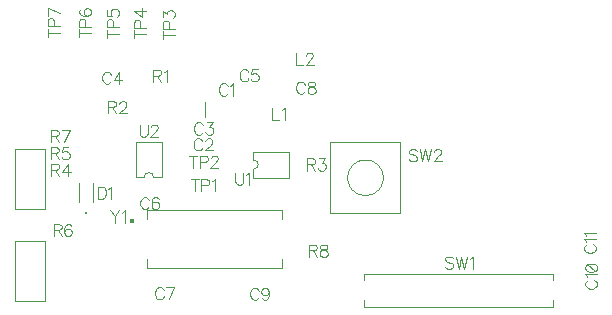
<source format=gbr>
G04 DipTrace 2.4.0.2*
%INÂåðõíÿÿìàðêèðîâêà.gbr*%
%MOMM*%
%ADD10C,0.1*%
%ADD27O,0.24X0.24*%
%ADD37O,0.391X0.393*%
%ADD77C,0.111*%
%FSLAX53Y53*%
G04*
G71*
G90*
G75*
G01*
%LNTopSilk*%
%LPD*%
X26549Y26051D2*
D10*
Y27350D1*
X15850Y18850D2*
Y20450D1*
X17050Y18850D2*
Y20450D1*
D27*
X16450Y17910D3*
X40050Y10550D2*
D10*
Y10000D1*
X56050D1*
Y10550D1*
Y12250D2*
Y12800D1*
X40050D1*
Y12250D1*
X43100Y17925D2*
Y23925D1*
X37100D1*
Y17925D1*
X43100D1*
X38600Y20975D2*
X38604Y21080D1*
X38615Y21184D1*
X38633Y21287D1*
X38658Y21389D1*
X38690Y21488D1*
X38730Y21585D1*
X38776Y21679D1*
X38828Y21770D1*
X38886Y21857D1*
X38951Y21939D1*
X39021Y22017D1*
X39096Y22090D1*
X39177Y22157D1*
X39261Y22219D1*
X39350Y22274D1*
X39442Y22323D1*
X39538Y22366D1*
X39636Y22402D1*
X39737Y22431D1*
X39840Y22453D1*
X39943Y22467D1*
X40048Y22474D1*
X40152D1*
X40257Y22467D1*
X40360Y22453D1*
X40463Y22431D1*
X40564Y22402D1*
X40662Y22366D1*
X40758Y22323D1*
X40850Y22274D1*
X40939Y22219D1*
X41023Y22157D1*
X41104Y22090D1*
X41179Y22017D1*
X41249Y21939D1*
X41314Y21857D1*
X41372Y21770D1*
X41424Y21679D1*
X41470Y21585D1*
X41510Y21488D1*
X41542Y21389D1*
X41567Y21287D1*
X41585Y21184D1*
X41596Y21080D1*
X41600Y20975D1*
X41596Y20870D1*
X41585Y20766D1*
X41567Y20663D1*
X41542Y20561D1*
X41510Y20462D1*
X41470Y20365D1*
X41424Y20271D1*
X41372Y20180D1*
X41314Y20093D1*
X41249Y20011D1*
X41179Y19933D1*
X41104Y19860D1*
X41023Y19793D1*
X40939Y19731D1*
X40850Y19676D1*
X40758Y19626D1*
X40662Y19584D1*
X40564Y19548D1*
X40463Y19519D1*
X40360Y19497D1*
X40257Y19483D1*
X40152Y19476D1*
X40048D1*
X39943Y19483D1*
X39840Y19497D1*
X39737Y19519D1*
X39636Y19548D1*
X39538Y19584D1*
X39442Y19626D1*
X39350Y19676D1*
X39261Y19731D1*
X39177Y19793D1*
X39096Y19860D1*
X39021Y19933D1*
X38951Y20011D1*
X38886Y20093D1*
X38828Y20180D1*
X38776Y20271D1*
X38730Y20365D1*
X38690Y20462D1*
X38658Y20561D1*
X38633Y20663D1*
X38615Y20766D1*
X38604Y20870D1*
X38600Y20975D1*
X30650Y20950D2*
X33650D1*
Y23150D2*
X30650D1*
X33650D2*
Y20950D1*
X30650D2*
Y21650D1*
Y22450D2*
Y23150D1*
Y21650D2*
G03X30650Y22450I0J400D01*
G01*
X22900Y20975D2*
Y23975D1*
X20700Y20975D2*
Y23975D1*
X22900D2*
X20700D1*
X22900Y20975D2*
X22200D1*
X21400D2*
X20700D1*
X22200D2*
G03X21400Y20975I-400J0D01*
G01*
X10480Y10480D2*
X13020D1*
Y15560D1*
X10480D1*
Y10480D1*
Y18280D2*
X13020D1*
Y23360D1*
X10480D1*
Y18280D1*
D37*
X20403Y17312D3*
X21650Y17450D2*
D10*
Y18200D1*
X33050Y13300D2*
Y14050D1*
X21650Y13300D2*
X33050D1*
X21650D2*
Y14050D1*
X33050Y17450D2*
Y18200D1*
X21650D2*
X33050D1*
X28481Y28672D2*
D77*
X28433Y28769D1*
X28335Y28867D1*
X28239Y28915D1*
X28044D1*
X27947Y28867D1*
X27850Y28769D1*
X27801Y28672D1*
X27752Y28526D1*
Y28283D1*
X27801Y28138D1*
X27850Y28040D1*
X27947Y27944D1*
X28044Y27894D1*
X28239D1*
X28335Y27944D1*
X28433Y28040D1*
X28481Y28138D1*
X28703Y28720D2*
X28801Y28769D1*
X28947Y28914D1*
Y27894D1*
X26313Y24022D2*
X26265Y24119D1*
X26167Y24217D1*
X26070Y24265D1*
X25876D1*
X25778Y24217D1*
X25682Y24119D1*
X25632Y24022D1*
X25584Y23876D1*
Y23633D1*
X25632Y23488D1*
X25682Y23390D1*
X25778Y23294D1*
X25876Y23244D1*
X26070D1*
X26167Y23294D1*
X26265Y23390D1*
X26313Y23488D1*
X26585Y24021D2*
Y24070D1*
X26633Y24167D1*
X26681Y24216D1*
X26779Y24264D1*
X26973D1*
X27070Y24216D1*
X27118Y24167D1*
X27168Y24070D1*
Y23973D1*
X27118Y23875D1*
X27022Y23730D1*
X26535Y23244D1*
X27216D1*
X26363Y25372D2*
X26315Y25469D1*
X26217Y25567D1*
X26120Y25615D1*
X25926D1*
X25828Y25567D1*
X25732Y25469D1*
X25682Y25372D1*
X25634Y25226D1*
Y24983D1*
X25682Y24838D1*
X25732Y24740D1*
X25828Y24644D1*
X25926Y24594D1*
X26120D1*
X26217Y24644D1*
X26315Y24740D1*
X26363Y24838D1*
X26683Y25614D2*
X27216D1*
X26926Y25225D1*
X27072D1*
X27168Y25177D1*
X27216Y25129D1*
X27266Y24983D1*
Y24886D1*
X27216Y24740D1*
X27120Y24642D1*
X26974Y24594D1*
X26828D1*
X26683Y24642D1*
X26635Y24692D1*
X26585Y24788D1*
X18589Y29672D2*
X18541Y29769D1*
X18443Y29867D1*
X18346Y29915D1*
X18152D1*
X18054Y29867D1*
X17958Y29769D1*
X17908Y29672D1*
X17860Y29526D1*
Y29283D1*
X17908Y29138D1*
X17958Y29040D1*
X18054Y28944D1*
X18152Y28894D1*
X18346D1*
X18443Y28944D1*
X18541Y29040D1*
X18589Y29138D1*
X19297Y28894D2*
Y29914D1*
X18811Y29234D1*
X19540D1*
X30213Y29872D2*
X30165Y29969D1*
X30067Y30067D1*
X29970Y30115D1*
X29776D1*
X29678Y30067D1*
X29582Y29969D1*
X29532Y29872D1*
X29484Y29726D1*
Y29483D1*
X29532Y29338D1*
X29582Y29240D1*
X29678Y29144D1*
X29776Y29094D1*
X29970D1*
X30067Y29144D1*
X30165Y29240D1*
X30213Y29338D1*
X31018Y30114D2*
X30533D1*
X30485Y29677D1*
X30533Y29725D1*
X30679Y29775D1*
X30824D1*
X30970Y29725D1*
X31068Y29629D1*
X31116Y29483D1*
Y29386D1*
X31068Y29240D1*
X30970Y29142D1*
X30824Y29094D1*
X30679D1*
X30533Y29142D1*
X30485Y29192D1*
X30435Y29288D1*
X21813Y19047D2*
X21764Y19144D1*
X21667Y19242D1*
X21570Y19290D1*
X21376D1*
X21278Y19242D1*
X21182Y19144D1*
X21132Y19047D1*
X21084Y18901D1*
Y18658D1*
X21132Y18513D1*
X21182Y18415D1*
X21278Y18319D1*
X21376Y18269D1*
X21570D1*
X21667Y18319D1*
X21764Y18415D1*
X21813Y18513D1*
X22618Y19144D2*
X22570Y19241D1*
X22424Y19289D1*
X22327D1*
X22181Y19241D1*
X22083Y19095D1*
X22035Y18852D1*
Y18609D1*
X22083Y18415D1*
X22181Y18317D1*
X22327Y18269D1*
X22375D1*
X22520Y18317D1*
X22618Y18415D1*
X22666Y18561D1*
Y18609D1*
X22618Y18755D1*
X22520Y18852D1*
X22375Y18900D1*
X22327D1*
X22181Y18852D1*
X22083Y18755D1*
X22035Y18609D1*
X23063Y11422D2*
X23015Y11519D1*
X22917Y11617D1*
X22820Y11665D1*
X22626D1*
X22528Y11617D1*
X22432Y11519D1*
X22382Y11422D1*
X22334Y11276D1*
Y11033D1*
X22382Y10888D1*
X22432Y10790D1*
X22528Y10694D1*
X22626Y10644D1*
X22820D1*
X22917Y10694D1*
X23015Y10790D1*
X23063Y10888D1*
X23480Y10644D2*
X23966Y11664D1*
X23285D1*
X35014Y28822D2*
X34965Y28919D1*
X34868Y29017D1*
X34771Y29065D1*
X34577D1*
X34479Y29017D1*
X34382Y28919D1*
X34333Y28822D1*
X34285Y28676D1*
Y28433D1*
X34333Y28288D1*
X34382Y28190D1*
X34479Y28094D1*
X34577Y28044D1*
X34771D1*
X34868Y28094D1*
X34965Y28190D1*
X35014Y28288D1*
X35478Y29064D2*
X35334Y29016D1*
X35284Y28919D1*
Y28821D1*
X35334Y28725D1*
X35430Y28675D1*
X35624Y28627D1*
X35770Y28579D1*
X35867Y28481D1*
X35915Y28384D1*
Y28238D1*
X35867Y28142D1*
X35819Y28092D1*
X35673Y28044D1*
X35478D1*
X35334Y28092D1*
X35284Y28142D1*
X35236Y28238D1*
Y28384D1*
X35284Y28481D1*
X35382Y28579D1*
X35527Y28627D1*
X35721Y28675D1*
X35819Y28725D1*
X35867Y28821D1*
Y28919D1*
X35819Y29016D1*
X35673Y29064D1*
X35478D1*
X31113Y11372D2*
X31065Y11469D1*
X30967Y11567D1*
X30871Y11615D1*
X30676D1*
X30579Y11567D1*
X30482Y11469D1*
X30433Y11372D1*
X30384Y11226D1*
Y10983D1*
X30433Y10838D1*
X30482Y10740D1*
X30579Y10644D1*
X30676Y10594D1*
X30871D1*
X30967Y10644D1*
X31065Y10740D1*
X31113Y10838D1*
X31968Y11275D2*
X31918Y11129D1*
X31822Y11031D1*
X31676Y10983D1*
X31627D1*
X31481Y11031D1*
X31385Y11129D1*
X31335Y11275D1*
Y11323D1*
X31385Y11469D1*
X31481Y11566D1*
X31627Y11614D1*
X31676D1*
X31822Y11566D1*
X31918Y11469D1*
X31968Y11275D1*
Y11031D1*
X31918Y10788D1*
X31822Y10642D1*
X31676Y10594D1*
X31579D1*
X31433Y10642D1*
X31385Y10740D1*
X58978Y12280D2*
X58881Y12232D1*
X58783Y12134D1*
X58735Y12037D1*
Y11843D1*
X58783Y11745D1*
X58881Y11649D1*
X58978Y11599D1*
X59124Y11551D1*
X59367D1*
X59512Y11599D1*
X59610Y11649D1*
X59706Y11745D1*
X59756Y11843D1*
Y12037D1*
X59706Y12134D1*
X59610Y12232D1*
X59512Y12280D1*
X58930Y12502D2*
X58881Y12600D1*
X58736Y12746D1*
X59756D1*
X58736Y13260D2*
X58784Y13114D1*
X58930Y13017D1*
X59173Y12968D1*
X59319D1*
X59562Y13017D1*
X59708Y13114D1*
X59756Y13260D1*
Y13357D1*
X59708Y13503D1*
X59562Y13599D1*
X59319Y13649D1*
X59173D1*
X58930Y13599D1*
X58784Y13503D1*
X58736Y13357D1*
Y13260D1*
X58930Y13599D2*
X59562Y13017D1*
X58878Y15299D2*
X58781Y15250D1*
X58683Y15153D1*
X58635Y15056D1*
Y14862D1*
X58683Y14764D1*
X58781Y14667D1*
X58878Y14618D1*
X59024Y14570D1*
X59267D1*
X59412Y14618D1*
X59510Y14667D1*
X59606Y14764D1*
X59656Y14862D1*
Y15056D1*
X59606Y15153D1*
X59510Y15250D1*
X59412Y15299D1*
X58830Y15521D2*
X58781Y15618D1*
X58636Y15764D1*
X59656D1*
X58830Y15987D2*
X58781Y16084D1*
X58636Y16230D1*
X59656D1*
X17477Y20185D2*
Y19164D1*
X17817D1*
X17963Y19214D1*
X18061Y19310D1*
X18109Y19408D1*
X18157Y19553D1*
Y19796D1*
X18109Y19942D1*
X18061Y20039D1*
X17963Y20137D1*
X17817Y20185D1*
X17477D1*
X18380Y19990D2*
X18477Y20039D1*
X18623Y20184D1*
Y19164D1*
X32256Y26875D2*
Y25854D1*
X32838D1*
X33061Y26680D2*
X33158Y26729D1*
X33304Y26874D1*
Y25854D1*
X34257Y31505D2*
Y30484D1*
X34840D1*
X35112Y31261D2*
Y31310D1*
X35160Y31407D1*
X35208Y31456D1*
X35306Y31504D1*
X35500D1*
X35597Y31456D1*
X35645Y31407D1*
X35695Y31310D1*
Y31213D1*
X35645Y31115D1*
X35549Y30970D1*
X35062Y30484D1*
X35743D1*
X22177Y29579D2*
X22614D1*
X22760Y29628D1*
X22809Y29676D1*
X22857Y29773D1*
Y29871D1*
X22809Y29967D1*
X22760Y30017D1*
X22614Y30065D1*
X22177D1*
Y29044D1*
X22517Y29579D2*
X22857Y29044D1*
X23080Y29870D2*
X23177Y29919D1*
X23323Y30064D1*
Y29044D1*
X18358Y26929D2*
X18795D1*
X18941Y26978D1*
X18991Y27026D1*
X19039Y27123D1*
Y27221D1*
X18991Y27317D1*
X18941Y27367D1*
X18795Y27415D1*
X18358D1*
Y26394D1*
X18699Y26929D2*
X19039Y26394D1*
X19311Y27171D2*
Y27220D1*
X19359Y27317D1*
X19407Y27366D1*
X19505Y27414D1*
X19699D1*
X19796Y27366D1*
X19844Y27317D1*
X19893Y27220D1*
Y27123D1*
X19844Y27025D1*
X19747Y26880D1*
X19261Y26394D1*
X19942D1*
X35208Y22079D2*
X35645D1*
X35791Y22128D1*
X35841Y22176D1*
X35889Y22273D1*
Y22371D1*
X35841Y22467D1*
X35791Y22517D1*
X35645Y22565D1*
X35208D1*
Y21544D1*
X35549Y22079D2*
X35889Y21544D1*
X36209Y22564D2*
X36742D1*
X36451Y22175D1*
X36597D1*
X36694Y22127D1*
X36742Y22079D1*
X36792Y21933D1*
Y21836D1*
X36742Y21690D1*
X36646Y21592D1*
X36500Y21544D1*
X36354D1*
X36209Y21592D1*
X36161Y21642D1*
X36111Y21738D1*
X13534Y21629D2*
X13971D1*
X14117Y21678D1*
X14166Y21726D1*
X14215Y21823D1*
Y21921D1*
X14166Y22017D1*
X14117Y22067D1*
X13971Y22115D1*
X13534D1*
Y21094D1*
X13874Y21629D2*
X14215Y21094D1*
X14923D2*
Y22114D1*
X14437Y21434D1*
X15166D1*
X13508Y23029D2*
X13945D1*
X14091Y23078D1*
X14141Y23126D1*
X14189Y23223D1*
Y23321D1*
X14141Y23417D1*
X14091Y23467D1*
X13945Y23515D1*
X13508D1*
Y22494D1*
X13849Y23029D2*
X14189Y22494D1*
X14994Y23514D2*
X14509D1*
X14461Y23077D1*
X14509Y23125D1*
X14655Y23175D1*
X14800D1*
X14946Y23125D1*
X15043Y23029D1*
X15092Y22883D1*
Y22786D1*
X15043Y22640D1*
X14946Y22542D1*
X14800Y22494D1*
X14655D1*
X14509Y22542D1*
X14461Y22592D1*
X14411Y22688D1*
X13733Y16529D2*
X14170D1*
X14316Y16578D1*
X14365Y16626D1*
X14414Y16723D1*
Y16821D1*
X14365Y16917D1*
X14316Y16967D1*
X14170Y17015D1*
X13733D1*
Y15994D1*
X14073Y16529D2*
X14414Y15994D1*
X15219Y16869D2*
X15170Y16966D1*
X15024Y17014D1*
X14928D1*
X14782Y16966D1*
X14684Y16820D1*
X14636Y16577D1*
Y16334D1*
X14684Y16140D1*
X14782Y16042D1*
X14928Y15994D1*
X14976D1*
X15121Y16042D1*
X15219Y16140D1*
X15267Y16286D1*
Y16334D1*
X15219Y16480D1*
X15121Y16577D1*
X14976Y16625D1*
X14928D1*
X14782Y16577D1*
X14684Y16480D1*
X14636Y16334D1*
X13508Y24479D2*
X13945D1*
X14091Y24528D1*
X14141Y24576D1*
X14189Y24673D1*
Y24771D1*
X14141Y24867D1*
X14091Y24917D1*
X13945Y24965D1*
X13508D1*
Y23944D1*
X13849Y24479D2*
X14189Y23944D1*
X14605D2*
X15092Y24964D1*
X14411D1*
X35359Y14779D2*
X35796D1*
X35942Y14828D1*
X35991Y14876D1*
X36039Y14973D1*
Y15071D1*
X35991Y15167D1*
X35942Y15217D1*
X35796Y15265D1*
X35359D1*
Y14244D1*
X35699Y14779D2*
X36039Y14244D1*
X36504Y15264D2*
X36359Y15216D1*
X36310Y15119D1*
Y15021D1*
X36359Y14925D1*
X36456Y14875D1*
X36650Y14827D1*
X36796Y14779D1*
X36893Y14681D1*
X36941Y14584D1*
Y14438D1*
X36893Y14342D1*
X36845Y14292D1*
X36699Y14244D1*
X36504D1*
X36359Y14292D1*
X36310Y14342D1*
X36262Y14438D1*
Y14584D1*
X36310Y14681D1*
X36408Y14779D1*
X36553Y14827D1*
X36747Y14875D1*
X36845Y14925D1*
X36893Y15021D1*
Y15119D1*
X36845Y15216D1*
X36699Y15264D1*
X36504D1*
X47560Y14119D2*
X47463Y14217D1*
X47317Y14265D1*
X47123D1*
X46977Y14217D1*
X46879Y14119D1*
Y14022D1*
X46929Y13925D1*
X46977Y13876D1*
X47074Y13828D1*
X47366Y13730D1*
X47463Y13682D1*
X47512Y13633D1*
X47560Y13536D1*
Y13390D1*
X47463Y13294D1*
X47317Y13244D1*
X47123D1*
X46977Y13294D1*
X46879Y13390D1*
X47782Y14265D2*
X48026Y13244D1*
X48268Y14265D1*
X48511Y13244D1*
X48755Y14265D1*
X48977Y14070D2*
X49075Y14119D1*
X49221Y14264D1*
Y13244D1*
X44491Y23219D2*
X44395Y23317D1*
X44249Y23365D1*
X44055D1*
X43909Y23317D1*
X43811Y23219D1*
Y23122D1*
X43860Y23025D1*
X43909Y22976D1*
X44005Y22928D1*
X44297Y22830D1*
X44395Y22782D1*
X44443Y22733D1*
X44491Y22636D1*
Y22490D1*
X44395Y22394D1*
X44249Y22344D1*
X44055D1*
X43909Y22394D1*
X43811Y22490D1*
X44714Y23365D2*
X44957Y22344D1*
X45200Y23365D1*
X45443Y22344D1*
X45686Y23365D1*
X45958Y23121D2*
Y23170D1*
X46006Y23267D1*
X46055Y23316D1*
X46152Y23364D1*
X46347D1*
X46443Y23316D1*
X46491Y23267D1*
X46541Y23170D1*
Y23073D1*
X46491Y22975D1*
X46395Y22830D1*
X45909Y22344D1*
X46589D1*
X25666Y20815D2*
Y19794D1*
X25325Y20815D2*
X26006D1*
X26228Y20280D2*
X26666D1*
X26811Y20329D1*
X26860Y20378D1*
X26909Y20475D1*
Y20621D1*
X26860Y20717D1*
X26811Y20767D1*
X26666Y20815D1*
X26228D1*
Y19794D1*
X27131Y20620D2*
X27229Y20669D1*
X27375Y20814D1*
Y19794D1*
X25547Y22815D2*
Y21794D1*
X25207Y22815D2*
X25887D1*
X26110Y22280D2*
X26548D1*
X26693Y22329D1*
X26742Y22378D1*
X26790Y22475D1*
Y22621D1*
X26742Y22717D1*
X26693Y22767D1*
X26548Y22815D1*
X26110D1*
Y21794D1*
X27062Y22571D2*
Y22620D1*
X27110Y22717D1*
X27159Y22766D1*
X27256Y22814D1*
X27451D1*
X27547Y22766D1*
X27595Y22717D1*
X27645Y22620D1*
Y22523D1*
X27595Y22425D1*
X27499Y22280D1*
X27013Y21794D1*
X27693D1*
X22985Y32997D2*
X24006D1*
X22985Y32657D2*
Y33337D1*
X23520Y33560D2*
Y33998D1*
X23471Y34143D1*
X23422Y34192D1*
X23325Y34240D1*
X23179D1*
X23083Y34192D1*
X23033Y34143D1*
X22985Y33998D1*
Y33560D1*
X24006D1*
X22986Y34560D2*
Y35094D1*
X23375Y34803D1*
Y34949D1*
X23423Y35045D1*
X23471Y35094D1*
X23617Y35143D1*
X23714D1*
X23860Y35094D1*
X23958Y34997D1*
X24006Y34851D1*
Y34705D1*
X23958Y34560D1*
X23908Y34512D1*
X23812Y34463D1*
X20535Y33073D2*
X21556D1*
X20535Y32733D2*
Y33413D1*
X21070Y33636D2*
Y34074D1*
X21021Y34218D1*
X20972Y34268D1*
X20875Y34316D1*
X20729D1*
X20633Y34268D1*
X20583Y34218D1*
X20535Y34074D1*
Y33636D1*
X21556D1*
Y35025D2*
X20536D1*
X21216Y34538D1*
Y35267D1*
X18235Y33097D2*
X19256D1*
X18235Y32757D2*
Y33437D1*
X18770Y33660D2*
Y34098D1*
X18721Y34243D1*
X18672Y34292D1*
X18575Y34340D1*
X18429D1*
X18333Y34292D1*
X18283Y34243D1*
X18235Y34098D1*
Y33660D1*
X19256D1*
X18236Y35145D2*
Y34660D1*
X18673Y34612D1*
X18625Y34660D1*
X18575Y34806D1*
Y34951D1*
X18625Y35097D1*
X18721Y35195D1*
X18867Y35243D1*
X18964D1*
X19110Y35195D1*
X19208Y35097D1*
X19256Y34951D1*
Y34806D1*
X19208Y34660D1*
X19158Y34612D1*
X19062Y34563D1*
X15885Y33172D2*
X16906D1*
X15885Y32832D2*
Y33512D1*
X16420Y33734D2*
Y34172D1*
X16371Y34317D1*
X16322Y34367D1*
X16225Y34415D1*
X16079D1*
X15983Y34367D1*
X15933Y34317D1*
X15885Y34172D1*
Y33734D1*
X16906D1*
X16031Y35220D2*
X15934Y35172D1*
X15886Y35026D1*
Y34929D1*
X15934Y34783D1*
X16080Y34686D1*
X16323Y34637D1*
X16566D1*
X16760Y34686D1*
X16858Y34783D1*
X16906Y34929D1*
Y34978D1*
X16858Y35122D1*
X16760Y35220D1*
X16614Y35268D1*
X16566D1*
X16420Y35220D1*
X16323Y35122D1*
X16275Y34978D1*
Y34929D1*
X16323Y34783D1*
X16420Y34686D1*
X16566Y34637D1*
X13235Y33197D2*
X14256D1*
X13235Y32857D2*
Y33537D1*
X13770Y33760D2*
Y34198D1*
X13721Y34343D1*
X13672Y34392D1*
X13575Y34440D1*
X13429D1*
X13333Y34392D1*
X13283Y34343D1*
X13235Y34198D1*
Y33760D1*
X14256D1*
Y34857D2*
X13236Y35343D1*
Y34663D1*
X29127Y21365D2*
Y20636D1*
X29175Y20490D1*
X29273Y20394D1*
X29419Y20344D1*
X29515D1*
X29661Y20394D1*
X29759Y20490D1*
X29807Y20636D1*
Y21365D1*
X30030Y21170D2*
X30127Y21219D1*
X30273Y21364D1*
Y20344D1*
X21008Y25440D2*
Y24711D1*
X21057Y24565D1*
X21154Y24469D1*
X21300Y24419D1*
X21397D1*
X21543Y24469D1*
X21641Y24565D1*
X21689Y24711D1*
Y25440D1*
X21961Y25196D2*
Y25245D1*
X22009Y25342D1*
X22057Y25391D1*
X22155Y25439D1*
X22349D1*
X22446Y25391D1*
X22494Y25342D1*
X22543Y25245D1*
Y25148D1*
X22494Y25050D1*
X22397Y24906D1*
X21911Y24419D1*
X22592D1*
X18528Y18165D2*
X18917Y17679D1*
Y17144D1*
X19306Y18165D2*
X18917Y17679D1*
X19528Y17970D2*
X19626Y18019D1*
X19772Y18164D1*
Y17144D1*
M02*

</source>
